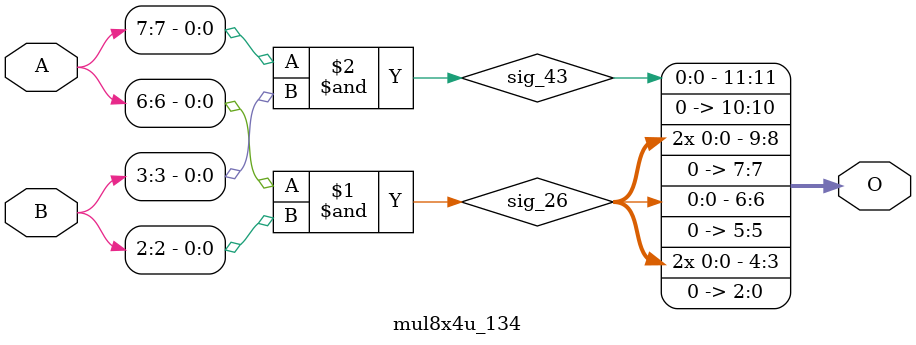
<source format=v>

/***
* This code is a part of EvoApproxLib library (ehw.fit.vutbr.cz/approxlib) distributed under The MIT License.
* When used, please cite the following article(s): V. Mrazek, L. Sekanina, Z. Vasicek "Libraries of Approximate Circuits: Automated Design and Application in CNN Accelerators" IEEE Journal on Emerging and Selected Topics in Circuits and Systems, Vol 10, No 4, 2020 
* This file contains a circuit from a sub-set of pareto optimal circuits with respect to the pwr and wce parameters
***/
// MAE% = 9.08 %
// MAE = 372 
// WCE% = 34.11 %
// WCE = 1397 
// WCRE% = 234.38 %
// EP% = 93.33 %
// MRE% = 67.10 %
// MSE = 230371 
// PDK45_PWR = 0.0006 mW
// PDK45_AREA = 4.7 um2
// PDK45_DELAY = 0.04 ns

module mul8x4u_134 (
    A,
    B,
    O
);

input [7:0] A;
input [3:0] B;
output [11:0] O;

wire sig_26,sig_43;

assign sig_26 = A[6] & B[2];
assign sig_43 = A[7] & B[3];

assign O[11] = sig_43;
assign O[10] = 1'b0;
assign O[9] = sig_26;
assign O[8] = sig_26;
assign O[7] = 1'b0;
assign O[6] = sig_26;
assign O[5] = 1'b0;
assign O[4] = sig_26;
assign O[3] = sig_26;
assign O[2] = 1'b0;
assign O[1] = 1'b0;
assign O[0] = 1'b0;

endmodule



</source>
